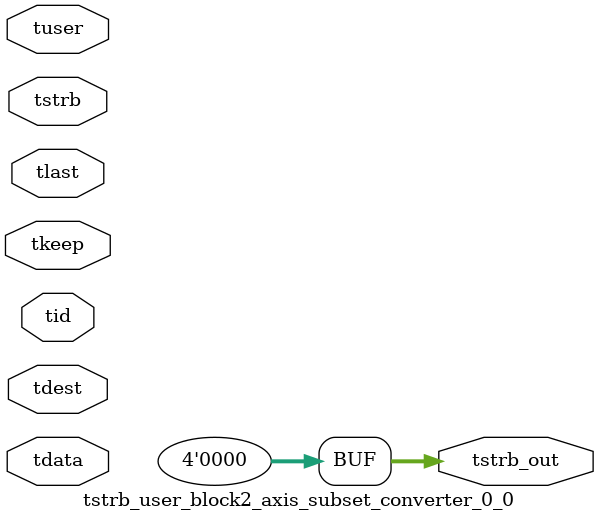
<source format=v>


`timescale 1ps/1ps

module tstrb_user_block2_axis_subset_converter_0_0 #
(
parameter C_S_AXIS_TDATA_WIDTH = 32,
parameter C_S_AXIS_TUSER_WIDTH = 0,
parameter C_S_AXIS_TID_WIDTH   = 0,
parameter C_S_AXIS_TDEST_WIDTH = 0,
parameter C_M_AXIS_TDATA_WIDTH = 32
)
(
input  [(C_S_AXIS_TDATA_WIDTH == 0 ? 1 : C_S_AXIS_TDATA_WIDTH)-1:0     ] tdata,
input  [(C_S_AXIS_TUSER_WIDTH == 0 ? 1 : C_S_AXIS_TUSER_WIDTH)-1:0     ] tuser,
input  [(C_S_AXIS_TID_WIDTH   == 0 ? 1 : C_S_AXIS_TID_WIDTH)-1:0       ] tid,
input  [(C_S_AXIS_TDEST_WIDTH == 0 ? 1 : C_S_AXIS_TDEST_WIDTH)-1:0     ] tdest,
input  [(C_S_AXIS_TDATA_WIDTH/8)-1:0 ] tkeep,
input  [(C_S_AXIS_TDATA_WIDTH/8)-1:0 ] tstrb,
input                                                                    tlast,
output [(C_M_AXIS_TDATA_WIDTH/8)-1:0 ] tstrb_out
);

assign tstrb_out = {1'b0};

endmodule


</source>
